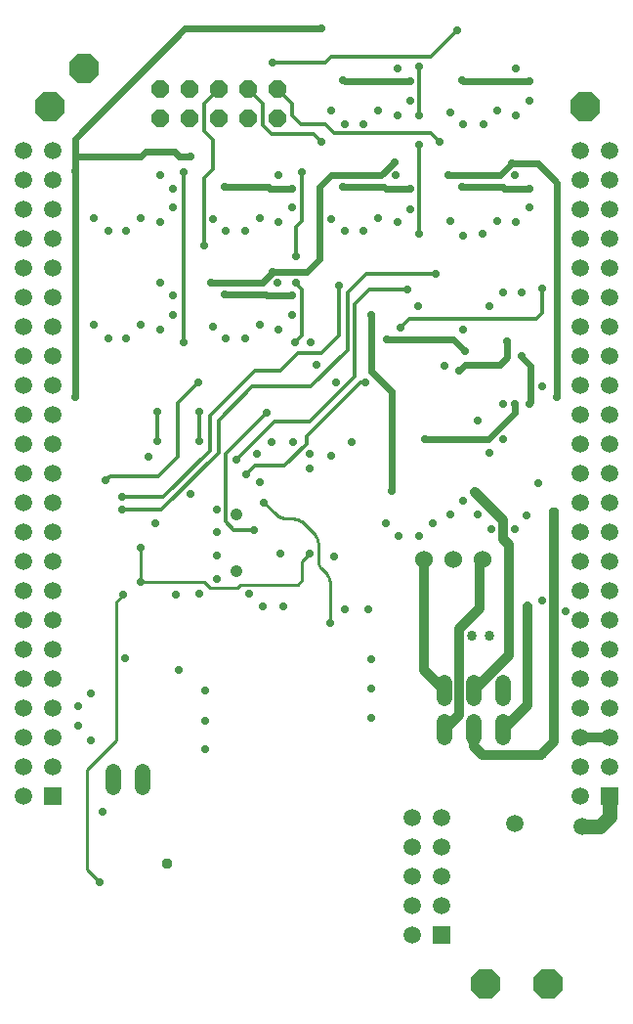
<source format=gbl>
G75*
G70*
%OFA0B0*%
%FSLAX24Y24*%
%IPPOS*%
%LPD*%
%AMOC8*
5,1,8,0,0,1.08239X$1,22.5*
%
%ADD10R,0.0591X0.0591*%
%ADD11C,0.0591*%
%ADD12OC8,0.1005*%
%ADD13C,0.0540*%
%ADD14OC8,0.0600*%
%ADD15C,0.0600*%
%ADD16C,0.0290*%
%ADD17C,0.0120*%
%ADD18C,0.0337*%
%ADD19C,0.0416*%
%ADD20C,0.0376*%
%ADD21C,0.0240*%
%ADD22C,0.0320*%
%ADD23C,0.0100*%
%ADD24C,0.0500*%
D10*
X002250Y008000D03*
X015500Y003250D03*
X021250Y008000D03*
D11*
X021250Y009000D03*
X021250Y010000D03*
X021250Y011000D03*
X021250Y012000D03*
X021250Y013000D03*
X021250Y014000D03*
X021250Y015000D03*
X021250Y016000D03*
X021250Y017000D03*
X021250Y018000D03*
X021250Y019000D03*
X021250Y020000D03*
X021250Y021000D03*
X021250Y022000D03*
X021250Y023000D03*
X021250Y024000D03*
X021250Y025000D03*
X021250Y026000D03*
X021250Y027000D03*
X021250Y028000D03*
X021250Y029000D03*
X021250Y030000D03*
X020250Y030000D03*
X020250Y029000D03*
X020250Y028000D03*
X020250Y027000D03*
X020250Y026000D03*
X020250Y025000D03*
X020250Y024000D03*
X020250Y023000D03*
X020250Y022000D03*
X020250Y021000D03*
X020250Y020000D03*
X020250Y019000D03*
X020250Y018000D03*
X020250Y017000D03*
X020250Y016000D03*
X020250Y015000D03*
X020250Y014000D03*
X020250Y013000D03*
X020250Y012000D03*
X020250Y011000D03*
X020250Y010000D03*
X020250Y009000D03*
X020250Y008000D03*
X020300Y006950D03*
X018000Y007050D03*
X015500Y007250D03*
X015500Y006250D03*
X015500Y005250D03*
X015500Y004250D03*
X014500Y004250D03*
X014500Y003250D03*
X014500Y005250D03*
X014500Y006250D03*
X014500Y007250D03*
X002250Y009000D03*
X002250Y010000D03*
X002250Y011000D03*
X002250Y012000D03*
X002250Y013000D03*
X002250Y014000D03*
X002250Y015000D03*
X002250Y016000D03*
X002250Y017000D03*
X002250Y018000D03*
X002250Y019000D03*
X002250Y020000D03*
X002250Y021000D03*
X002250Y022000D03*
X002250Y023000D03*
X002250Y024000D03*
X002250Y025000D03*
X002250Y026000D03*
X002250Y027000D03*
X002250Y028000D03*
X002250Y029000D03*
X002250Y030000D03*
X001250Y030000D03*
X001250Y029000D03*
X001250Y028000D03*
X001250Y027000D03*
X001250Y026000D03*
X001250Y025000D03*
X001250Y024000D03*
X001250Y023000D03*
X001250Y022000D03*
X001250Y021000D03*
X001250Y020000D03*
X001250Y019000D03*
X001250Y018000D03*
X001250Y017000D03*
X001250Y016000D03*
X001250Y015000D03*
X001250Y014000D03*
X001250Y013000D03*
X001250Y012000D03*
X001250Y011000D03*
X001250Y010000D03*
X001250Y009000D03*
X001250Y008000D03*
D12*
X002150Y031500D03*
X003300Y032800D03*
X020400Y031500D03*
X019150Y001600D03*
X017000Y001600D03*
D13*
X016600Y009980D02*
X016600Y010520D01*
X016600Y011330D02*
X016600Y011870D01*
X015600Y011870D02*
X015600Y011330D01*
X015600Y010520D02*
X015600Y009980D01*
X017600Y009980D02*
X017600Y010520D01*
X017600Y011330D02*
X017600Y011870D01*
X005300Y008820D02*
X005300Y008280D01*
X004300Y008280D02*
X004300Y008820D01*
D14*
X005900Y031100D03*
X005900Y032100D03*
X006900Y032100D03*
X006900Y031100D03*
X007900Y031100D03*
X007900Y032100D03*
X008900Y032100D03*
X008900Y031100D03*
X009900Y031100D03*
X009900Y032100D03*
D15*
X014900Y016050D03*
X015900Y016050D03*
X016900Y016050D03*
D16*
X017200Y017100D03*
X016750Y017600D03*
X016250Y018050D03*
X016650Y018350D03*
X015800Y017600D03*
X015200Y017300D03*
X014750Y016850D03*
X014050Y016850D03*
X013600Y017300D03*
X013800Y018400D03*
X014950Y020150D03*
X016100Y022500D03*
X015600Y022650D03*
X016300Y023150D03*
X016250Y023900D03*
X017150Y024700D03*
X017600Y025150D03*
X018250Y025150D03*
X018950Y025300D03*
X017750Y023500D03*
X018250Y023000D03*
X018950Y021950D03*
X019450Y021600D03*
X018500Y021350D03*
X018000Y021350D03*
X017600Y021350D03*
X017600Y020150D03*
X017150Y019700D03*
X016750Y020800D03*
X018800Y018650D03*
X018400Y017550D03*
X018000Y017100D03*
X018950Y014650D03*
X018450Y014450D03*
X019750Y014300D03*
X013650Y023550D03*
X014100Y023950D03*
X014700Y024700D03*
X014350Y025250D03*
X015300Y025800D03*
X014750Y027150D03*
X014450Y028000D03*
X014000Y027550D03*
X013350Y027700D03*
X012850Y027250D03*
X012200Y027250D03*
X011750Y027650D03*
X012150Y028750D03*
X011400Y030300D03*
X011750Y031350D03*
X012200Y030900D03*
X012850Y030900D03*
X013350Y031350D03*
X014000Y031200D03*
X014450Y031700D03*
X014750Y031200D03*
X014750Y030200D03*
X015450Y030300D03*
X015800Y031300D03*
X016250Y030900D03*
X016950Y030900D03*
X017400Y031350D03*
X018050Y031200D03*
X018500Y031700D03*
X018500Y032350D03*
X018050Y032800D03*
X016200Y032400D03*
X016050Y034100D03*
X014750Y032850D03*
X014450Y032350D03*
X014000Y032800D03*
X012150Y032400D03*
X011400Y034150D03*
X009750Y033000D03*
X009950Y029150D03*
X010400Y028700D03*
X010400Y028050D03*
X009950Y027550D03*
X009300Y027700D03*
X008800Y027250D03*
X008150Y027250D03*
X007700Y027650D03*
X007400Y026750D03*
X007650Y025500D03*
X008100Y025100D03*
X007700Y024000D03*
X008150Y023600D03*
X008800Y023600D03*
X009300Y024050D03*
X009950Y023900D03*
X010400Y024400D03*
X010400Y025050D03*
X010550Y025500D03*
X009900Y025500D03*
X009750Y025850D03*
X010550Y026400D03*
X012000Y025400D03*
X013100Y024400D03*
X012900Y022100D03*
X011900Y022100D03*
X011250Y022700D03*
X011050Y023450D03*
X010500Y023450D03*
X009550Y021050D03*
X009700Y020050D03*
X009200Y019650D03*
X008850Y018950D03*
X009300Y018700D03*
X009450Y018000D03*
X009100Y017050D03*
X010000Y016250D03*
X011000Y016250D03*
X011850Y016150D03*
X012200Y014350D03*
X011700Y013900D03*
X013000Y014350D03*
X013100Y012650D03*
X013100Y011650D03*
X013100Y010650D03*
X010100Y014450D03*
X009400Y014450D03*
X008950Y014900D03*
X007850Y015400D03*
X007850Y016200D03*
X007850Y017000D03*
X007850Y017750D03*
X006950Y018300D03*
X005750Y017300D03*
X005250Y016450D03*
X005250Y015300D03*
X004650Y014850D03*
X004700Y012700D03*
X003550Y011500D03*
X003100Y011050D03*
X003100Y010400D03*
X003550Y009900D03*
X003950Y007450D03*
X003850Y005050D03*
X007450Y009600D03*
X007450Y010550D03*
X007450Y011600D03*
X006550Y012300D03*
X006450Y014850D03*
X007250Y014900D03*
X004600Y017750D03*
X004600Y018200D03*
X004050Y018750D03*
X005500Y019550D03*
X005800Y020100D03*
X005800Y021100D03*
X007250Y021100D03*
X007250Y020100D03*
X007200Y022100D03*
X006700Y023450D03*
X006350Y024400D03*
X006350Y025050D03*
X005900Y025500D03*
X005250Y024050D03*
X004750Y023600D03*
X004150Y023600D03*
X003650Y024050D03*
X003000Y021600D03*
X005900Y023900D03*
X004750Y027250D03*
X005250Y027700D03*
X005900Y027550D03*
X006350Y028050D03*
X006350Y028700D03*
X005900Y029150D03*
X006700Y029250D03*
X006950Y029800D03*
X008100Y028750D03*
X010750Y029250D03*
X013900Y029600D03*
X013950Y029150D03*
X014450Y028700D03*
X015750Y029150D03*
X016200Y028750D03*
X015800Y027600D03*
X016250Y027100D03*
X016900Y027150D03*
X017400Y027600D03*
X018050Y027550D03*
X018500Y028050D03*
X018500Y028700D03*
X018000Y029150D03*
X017900Y029550D03*
X012450Y020050D03*
X011750Y019600D03*
X011000Y019650D03*
X011000Y019150D03*
X010450Y020050D03*
X008500Y019450D03*
X004150Y027250D03*
X003650Y027700D03*
X003000Y029300D03*
D17*
X006700Y029250D02*
X006700Y023450D01*
X007200Y022100D02*
X006500Y021400D01*
X006500Y019550D01*
X005850Y018900D01*
X004200Y018900D01*
X004050Y018750D01*
X004600Y018200D02*
X006000Y018200D01*
X007600Y019750D01*
X007600Y020950D01*
X009150Y022500D01*
X010000Y022500D01*
X010600Y023100D01*
X011400Y023100D01*
X012000Y023700D01*
X012000Y025400D01*
X012300Y025150D02*
X012950Y025800D01*
X015300Y025800D01*
X014350Y025250D02*
X013050Y025250D01*
X012550Y024750D01*
X012550Y022300D01*
X011000Y020750D01*
X009800Y020750D01*
X008500Y019450D01*
X008150Y019650D02*
X009550Y021050D01*
X009050Y021950D02*
X011050Y021950D01*
X012300Y023200D01*
X012300Y025150D01*
X010750Y025250D02*
X010750Y023700D01*
X010500Y023450D01*
X010750Y025250D02*
X010550Y025450D01*
X010550Y025500D01*
X010550Y026400D02*
X010550Y027400D01*
X010750Y027600D01*
X010750Y029250D01*
X011400Y030300D02*
X011150Y030550D01*
X009700Y030550D01*
X009400Y030850D01*
X009400Y031600D01*
X008900Y032100D01*
X009750Y033000D02*
X011550Y033000D01*
X011750Y033200D01*
X015150Y033200D01*
X016050Y034100D01*
X014750Y032850D02*
X014750Y031200D01*
X015150Y030600D02*
X015450Y030300D01*
X015150Y030600D02*
X011850Y030600D01*
X011550Y030900D01*
X010700Y030900D01*
X010400Y031200D01*
X010400Y031600D01*
X009900Y032100D01*
X007900Y032100D02*
X007400Y031600D01*
X007400Y030650D01*
X007700Y030350D01*
X007700Y029350D01*
X007400Y029050D01*
X007400Y026750D01*
X009050Y021950D02*
X007900Y020800D01*
X007900Y019700D01*
X005950Y017750D01*
X004600Y017750D01*
X005800Y020100D02*
X005800Y021100D01*
X007250Y021100D02*
X007250Y020100D01*
X008150Y019650D02*
X008150Y017350D01*
X008400Y017050D01*
X009100Y017050D01*
X008850Y018950D02*
X009150Y019250D01*
X010150Y019250D01*
X010900Y020000D01*
X010900Y020250D01*
X012750Y022100D01*
X012900Y022100D01*
X014100Y023950D02*
X014400Y024250D01*
X018750Y024250D01*
X018950Y024450D01*
X018950Y025300D01*
X014750Y027150D02*
X014750Y030200D01*
D18*
X016550Y013450D03*
X017150Y013450D03*
D19*
X008500Y015650D03*
X008500Y017600D03*
D20*
X006150Y005700D03*
X019350Y017650D03*
D21*
X017100Y020150D02*
X018000Y021050D01*
X018000Y021350D01*
X018500Y021350D02*
X018550Y021450D01*
X018550Y022650D01*
X018250Y022950D01*
X018250Y023000D01*
X017750Y022950D02*
X017750Y023500D01*
X017750Y022950D02*
X017500Y022700D01*
X016300Y022700D01*
X016100Y022500D01*
X016300Y023150D02*
X015900Y023550D01*
X013650Y023550D01*
X013100Y024400D02*
X013100Y022450D01*
X013800Y021800D01*
X013800Y018400D01*
X014950Y020150D02*
X017100Y020150D01*
X019450Y021600D02*
X019450Y028900D01*
X018800Y029550D01*
X017900Y029550D01*
X017500Y029150D01*
X015750Y029150D01*
X016200Y028750D02*
X017600Y028750D01*
X017650Y028700D01*
X018500Y028700D01*
X018500Y032350D02*
X016250Y032350D01*
X016200Y032400D01*
X014450Y032350D02*
X012200Y032350D01*
X012150Y032400D01*
X011400Y034150D02*
X006750Y034150D01*
X003000Y030400D01*
X003000Y029800D01*
X003000Y029300D01*
X003000Y021600D01*
X007650Y025500D02*
X009400Y025500D01*
X009750Y025850D01*
X009700Y025850D01*
X009750Y025850D02*
X010900Y025850D01*
X011350Y026300D01*
X011350Y028750D01*
X011750Y029150D01*
X013450Y029150D01*
X013900Y029600D01*
X013550Y028750D02*
X013600Y028700D01*
X014450Y028700D01*
X013550Y028750D02*
X012150Y028750D01*
X010400Y028700D02*
X009650Y028700D01*
X009600Y028750D01*
X008100Y028750D01*
X006950Y029800D02*
X006550Y029800D01*
X006400Y029950D01*
X005400Y029950D01*
X005250Y029800D01*
X003000Y029800D01*
X008100Y025100D02*
X009500Y025100D01*
X009550Y025050D01*
X010400Y025050D01*
D22*
X014900Y016050D02*
X014900Y012300D01*
X015600Y011600D01*
X016100Y010750D02*
X016100Y013700D01*
X016800Y014400D01*
X016800Y015950D01*
X016900Y016050D01*
X017600Y016750D02*
X017600Y017400D01*
X016650Y018350D01*
X017600Y016750D02*
X017800Y016550D01*
X017800Y012800D01*
X016600Y011600D01*
X016100Y010750D02*
X015600Y010250D01*
X016600Y010250D02*
X016600Y009700D01*
X016900Y009400D01*
X018900Y009400D01*
X019350Y009850D01*
X019350Y017650D01*
X018450Y014450D02*
X018450Y011100D01*
X017600Y010250D01*
X020250Y010000D02*
X021250Y010000D01*
D23*
X003850Y005050D02*
X003400Y005500D01*
X003400Y008900D01*
X004400Y009900D01*
X004400Y014600D01*
X004650Y014850D01*
X005250Y015300D02*
X007400Y015300D01*
X007600Y015100D01*
X008550Y015100D01*
X008650Y015200D01*
X010600Y015200D01*
X010750Y015350D01*
X010750Y016000D01*
X011000Y016250D01*
X011300Y015996D02*
X011300Y016530D01*
X011109Y016991D02*
X010841Y017259D01*
X010380Y017450D02*
X010249Y017450D01*
X009824Y017626D02*
X009450Y018000D01*
X009823Y017626D02*
X009858Y017594D01*
X009895Y017565D01*
X009934Y017539D01*
X009976Y017516D01*
X010019Y017496D01*
X010063Y017479D01*
X010108Y017467D01*
X010155Y017457D01*
X010202Y017452D01*
X010249Y017450D01*
X010380Y017450D02*
X010427Y017448D01*
X010473Y017443D01*
X010519Y017435D01*
X010564Y017424D01*
X010608Y017409D01*
X010651Y017391D01*
X010692Y017370D01*
X010732Y017346D01*
X010771Y017320D01*
X010807Y017291D01*
X010841Y017259D01*
X011109Y016991D02*
X011141Y016957D01*
X011170Y016921D01*
X011196Y016882D01*
X011220Y016842D01*
X011241Y016801D01*
X011259Y016758D01*
X011274Y016714D01*
X011285Y016669D01*
X011293Y016623D01*
X011298Y016577D01*
X011300Y016530D01*
X011300Y015996D02*
X011302Y015961D01*
X011307Y015927D01*
X011315Y015893D01*
X011327Y015861D01*
X011342Y015829D01*
X011360Y015799D01*
X011380Y015771D01*
X011404Y015746D01*
X011538Y015612D01*
X011700Y015221D02*
X011700Y013900D01*
X011700Y015221D02*
X011698Y015264D01*
X011693Y015307D01*
X011685Y015350D01*
X011673Y015392D01*
X011658Y015432D01*
X011640Y015472D01*
X011619Y015509D01*
X011595Y015545D01*
X011568Y015579D01*
X011538Y015611D01*
X005250Y015300D02*
X005250Y016450D01*
D24*
X020300Y006950D02*
X020900Y006950D01*
X021250Y007300D01*
X021250Y008000D01*
M02*

</source>
